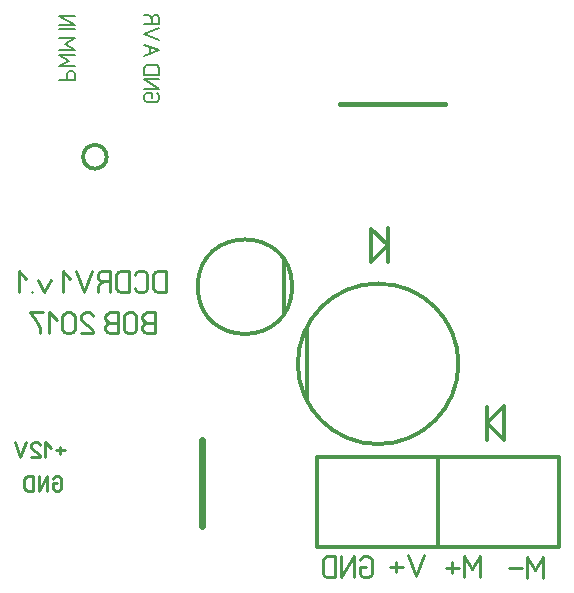
<source format=gbo>
%FSLAX34Y34*%
%MOMM*%
%LNSILK_BOTTOM*%
G71*
G01*
%ADD10C, 0.300*%
%ADD11C, 0.170*%
%ADD12C, 0.220*%
%ADD13C, 0.600*%
%ADD14C, 0.400*%
%LPD*%
G54D10*
G75*
G01X90880Y-135319D02*
G03X90880Y-135319I-10000J0D01*
G01*
G54D11*
X50911Y-70457D02*
X64244Y-70457D01*
X64244Y-65457D01*
X63411Y-63457D01*
X61744Y-62457D01*
X60077Y-62457D01*
X58411Y-63457D01*
X57577Y-65457D01*
X57577Y-70457D01*
G54D11*
X64244Y-58757D02*
X50911Y-58757D01*
X59244Y-53757D01*
X50911Y-48757D01*
X64244Y-48757D01*
G54D11*
X50911Y-45057D02*
X64244Y-45057D01*
X55911Y-40057D01*
X64244Y-35057D01*
X50911Y-35057D01*
G54D11*
X50911Y-27457D02*
X64244Y-27457D01*
G54D11*
X50911Y-23757D02*
X64244Y-23757D01*
X50911Y-15757D01*
X64244Y-15757D01*
G54D11*
X128902Y-85201D02*
X128902Y-81201D01*
X124736Y-81201D01*
X123069Y-82201D01*
X122236Y-84201D01*
X122236Y-86201D01*
X123069Y-88201D01*
X124736Y-89201D01*
X133069Y-89201D01*
X134736Y-88201D01*
X135569Y-86201D01*
X135569Y-84201D01*
X134736Y-82201D01*
X133069Y-81201D01*
G54D11*
X122236Y-77501D02*
X135569Y-77501D01*
X122236Y-69501D01*
X135569Y-69501D01*
G54D11*
X122236Y-65801D02*
X135569Y-65801D01*
X135569Y-60801D01*
X134736Y-58801D01*
X133069Y-57801D01*
X124736Y-57801D01*
X123069Y-58801D01*
X122236Y-60801D01*
X122236Y-65801D01*
G54D11*
X122236Y-50201D02*
X135569Y-45201D01*
X122236Y-40201D01*
G54D11*
X127236Y-48201D02*
X127236Y-42201D01*
G54D11*
X135569Y-36501D02*
X122236Y-31501D01*
X135569Y-26501D01*
G54D11*
X128902Y-18801D02*
X127236Y-15801D01*
X125569Y-14801D01*
X122236Y-14801D01*
G54D11*
X122236Y-22801D02*
X135569Y-22801D01*
X135569Y-17801D01*
X134736Y-15801D01*
X133069Y-14801D01*
X131402Y-14801D01*
X129736Y-15801D01*
X128902Y-17801D01*
X128902Y-22801D01*
G54D12*
X55483Y-383898D02*
X48016Y-383898D01*
G54D12*
X51749Y-380787D02*
X51749Y-387010D01*
G54D12*
X43583Y-381565D02*
X38916Y-376898D01*
X38916Y-389343D01*
G54D12*
X27016Y-389343D02*
X34483Y-389343D01*
X34483Y-388565D01*
X33549Y-387010D01*
X27949Y-382343D01*
X27016Y-380787D01*
X27016Y-379232D01*
X27949Y-377676D01*
X29816Y-376898D01*
X31683Y-376898D01*
X33549Y-377676D01*
X34483Y-379232D01*
G54D12*
X22583Y-376898D02*
X17916Y-389343D01*
X13249Y-376898D01*
G54D10*
X328795Y-224440D02*
X328795Y-195865D01*
G54D12*
X460370Y-491520D02*
X460370Y-473742D01*
X453703Y-484853D01*
X447037Y-473742D01*
X447037Y-491520D01*
G54D12*
X442170Y-483742D02*
X431503Y-483742D01*
G54D12*
X359562Y-472457D02*
X352896Y-490234D01*
X346229Y-472456D01*
G54D12*
X341362Y-482456D02*
X330696Y-482457D01*
G54D12*
X336029Y-478012D02*
X336029Y-486901D01*
G54D12*
X310378Y-482455D02*
X305045Y-482455D01*
X305045Y-488010D01*
X306378Y-490232D01*
X309045Y-491344D01*
X311711Y-491344D01*
X314378Y-490232D01*
X315711Y-488010D01*
X315711Y-476899D01*
X314378Y-474677D01*
X311711Y-473566D01*
X309045Y-473566D01*
X306378Y-474677D01*
X305045Y-476899D01*
G54D12*
X300111Y-491344D02*
X300111Y-473566D01*
X289445Y-491344D01*
X289445Y-473566D01*
G54D12*
X284511Y-491344D02*
X284511Y-473566D01*
X277845Y-473566D01*
X275178Y-474677D01*
X273845Y-476899D01*
X273845Y-488010D01*
X275178Y-490232D01*
X277845Y-491344D01*
X284511Y-491344D01*
G54D12*
X407108Y-490820D02*
X407108Y-473042D01*
X400441Y-484153D01*
X393774Y-473042D01*
X393774Y-490820D01*
G54D12*
X388908Y-483042D02*
X378241Y-483042D01*
G54D12*
X383574Y-478598D02*
X383574Y-487486D01*
G54D10*
X269099Y-389694D02*
X473887Y-389694D01*
G54D10*
X371493Y-389694D02*
X371493Y-464307D01*
G54D10*
X269099Y-389694D02*
X269099Y-465894D01*
G54D10*
X473887Y-389694D02*
X473887Y-465894D01*
G54D10*
X473887Y-465894D02*
X269099Y-465894D01*
G54D13*
X171468Y-447638D02*
X171468Y-375407D01*
G54D10*
G75*
G01X247943Y-245232D02*
G03X247943Y-245232I-40000J0D01*
G01*
G54D10*
G75*
G01X388718Y-310513D02*
G03X388718Y-310513I-68000J0D01*
G01*
G54D10*
X328795Y-210315D02*
X314507Y-196027D01*
X314507Y-224602D01*
X328795Y-210315D01*
G54D10*
X413176Y-346830D02*
X413176Y-375405D01*
G54D10*
X413176Y-360955D02*
X427464Y-375242D01*
X427464Y-346667D01*
X413176Y-360955D01*
G54D12*
X131699Y-284619D02*
X131699Y-266842D01*
X125033Y-266842D01*
X122366Y-267953D01*
X121033Y-270175D01*
X121033Y-272397D01*
X122366Y-274619D01*
X125033Y-275730D01*
X122366Y-276842D01*
X121033Y-279064D01*
X121033Y-281286D01*
X122366Y-283508D01*
X125033Y-284619D01*
X131699Y-284619D01*
G54D12*
X131699Y-275730D02*
X125033Y-275730D01*
G54D12*
X105433Y-270175D02*
X105433Y-281286D01*
X106766Y-283508D01*
X109433Y-284619D01*
X112099Y-284619D01*
X114766Y-283508D01*
X116099Y-281286D01*
X116099Y-270175D01*
X114766Y-267953D01*
X112099Y-266842D01*
X109433Y-266842D01*
X106766Y-267953D01*
X105433Y-270175D01*
G54D12*
X100499Y-284619D02*
X100499Y-266842D01*
X93833Y-266842D01*
X91166Y-267953D01*
X89833Y-270175D01*
X89833Y-272397D01*
X91166Y-274619D01*
X93833Y-275730D01*
X91166Y-276842D01*
X89833Y-279064D01*
X89833Y-281286D01*
X91166Y-283508D01*
X93833Y-284619D01*
X100499Y-284619D01*
G54D12*
X100499Y-275730D02*
X93833Y-275730D01*
G54D12*
X69033Y-284619D02*
X79699Y-284619D01*
X79699Y-283508D01*
X78366Y-281286D01*
X70366Y-274619D01*
X69033Y-272397D01*
X69033Y-270175D01*
X70366Y-267953D01*
X73033Y-266842D01*
X75699Y-266842D01*
X78366Y-267953D01*
X79699Y-270175D01*
G54D12*
X53433Y-270175D02*
X53433Y-281286D01*
X54766Y-283508D01*
X57433Y-284619D01*
X60099Y-284619D01*
X62766Y-283508D01*
X64099Y-281286D01*
X64099Y-270175D01*
X62766Y-267953D01*
X60099Y-266842D01*
X57433Y-266842D01*
X54766Y-267953D01*
X53433Y-270175D01*
G54D12*
X48499Y-273508D02*
X41833Y-266842D01*
X41833Y-284619D01*
G54D12*
X36899Y-266842D02*
X26233Y-266842D01*
X27566Y-269064D01*
X30233Y-272397D01*
X32899Y-276842D01*
X34233Y-280175D01*
X34233Y-284619D01*
G54D12*
X140812Y-249694D02*
X140812Y-231916D01*
X134145Y-231916D01*
X131478Y-233028D01*
X130145Y-235250D01*
X130145Y-246361D01*
X131478Y-248583D01*
X134145Y-249694D01*
X140812Y-249694D01*
G54D12*
X114545Y-246361D02*
X115878Y-248583D01*
X118545Y-249694D01*
X121212Y-249694D01*
X123878Y-248583D01*
X125212Y-246361D01*
X125212Y-235250D01*
X123878Y-233028D01*
X121212Y-231916D01*
X118545Y-231916D01*
X115878Y-233028D01*
X114545Y-235250D01*
G54D12*
X109612Y-249694D02*
X109612Y-231916D01*
X102945Y-231916D01*
X100278Y-233028D01*
X98945Y-235250D01*
X98945Y-246361D01*
X100278Y-248583D01*
X102945Y-249694D01*
X109612Y-249694D01*
G54D12*
X88678Y-240805D02*
X84678Y-243028D01*
X83345Y-245250D01*
X83345Y-249694D01*
G54D12*
X94012Y-249694D02*
X94012Y-231916D01*
X87345Y-231916D01*
X84678Y-233028D01*
X83345Y-235250D01*
X83345Y-237472D01*
X84678Y-239694D01*
X87345Y-240805D01*
X94012Y-240805D01*
G54D12*
X78412Y-231916D02*
X71745Y-249694D01*
X65078Y-231916D01*
G54D12*
X60212Y-238583D02*
X53545Y-231916D01*
X53545Y-249694D01*
G54D12*
X43412Y-239694D02*
X38078Y-249694D01*
X32745Y-239694D01*
G54D12*
X27812Y-249694D02*
X27812Y-249694D01*
G54D12*
X22912Y-238583D02*
X16245Y-231916D01*
X16245Y-249694D01*
G54D10*
X241299Y-223044D02*
X241299Y-266700D01*
G54D10*
X260349Y-280194D02*
X260349Y-340519D01*
G54D12*
X48830Y-411746D02*
X45097Y-411746D01*
X45097Y-415635D01*
X46030Y-417190D01*
X47897Y-417968D01*
X49764Y-417968D01*
X51630Y-417190D01*
X52564Y-415635D01*
X52564Y-407857D01*
X51630Y-406301D01*
X49764Y-405524D01*
X47897Y-405524D01*
X46030Y-406301D01*
X45097Y-407857D01*
G54D12*
X40664Y-417968D02*
X40664Y-405524D01*
X33197Y-417968D01*
X33197Y-405524D01*
G54D12*
X28764Y-417968D02*
X28764Y-405524D01*
X24097Y-405524D01*
X22230Y-406301D01*
X21297Y-407857D01*
X21297Y-415635D01*
X22230Y-417190D01*
X24097Y-417968D01*
X28764Y-417968D01*
G54D14*
X288130Y-90488D02*
X377030Y-90488D01*
M02*

</source>
